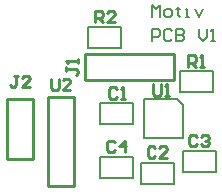
<source format=gto>
G04*
G04 #@! TF.GenerationSoftware,Altium Limited,Altium Designer,20.2.3 (150)*
G04*
G04 Layer_Color=65535*
%FSLAX25Y25*%
%MOIN*%
G70*
G04*
G04 #@! TF.SameCoordinates,D737100D-CD50-4B0A-90DA-B4B5F6E14D25*
G04*
G04*
G04 #@! TF.FilePolarity,Positive*
G04*
G01*
G75*
%ADD10C,0.01000*%
%ADD11C,0.00787*%
D10*
X64346Y45221D02*
Y53882D01*
X34818D02*
X64346D01*
X34818Y45221D02*
Y53882D01*
Y45221D02*
X64346D01*
X8676Y18685D02*
Y38685D01*
X17338D01*
Y18685D02*
Y38685D01*
X8676Y18685D02*
X17338D01*
X22259Y9827D02*
X30920D01*
Y39355D01*
X22259D02*
X30920D01*
X22259Y9827D02*
Y39355D01*
X23310Y45629D02*
Y42349D01*
X23966Y41693D01*
X25278D01*
X25934Y42349D01*
Y45629D01*
X29870Y41693D02*
X27246D01*
X29870Y44317D01*
Y44973D01*
X29214Y45629D01*
X27902D01*
X27246Y44973D01*
X57431Y43660D02*
Y40381D01*
X58087Y39725D01*
X59399D01*
X60054Y40381D01*
Y43660D01*
X61366Y39725D02*
X62678D01*
X62022D01*
Y43660D01*
X61366Y43005D01*
X69242Y49567D02*
Y53503D01*
X71210D01*
X71865Y52847D01*
Y51535D01*
X71210Y50879D01*
X69242D01*
X70553D02*
X71865Y49567D01*
X73177D02*
X74489D01*
X73833D01*
Y53503D01*
X73177Y52847D01*
X28544Y49551D02*
Y48240D01*
Y48895D01*
X31824D01*
X32480Y48240D01*
Y47584D01*
X31824Y46928D01*
X32480Y50863D02*
Y52175D01*
Y51519D01*
X28544D01*
X29200Y50863D01*
X44635Y24304D02*
X43979Y24960D01*
X42667D01*
X42011Y24304D01*
Y21680D01*
X42667Y21024D01*
X43979D01*
X44635Y21680D01*
X47914Y21024D02*
Y24960D01*
X45947Y22992D01*
X48570D01*
X72194Y26272D02*
X71538Y26928D01*
X70226D01*
X69570Y26272D01*
Y23648D01*
X70226Y22992D01*
X71538D01*
X72194Y23648D01*
X73506Y26272D02*
X74162Y26928D01*
X75473D01*
X76130Y26272D01*
Y25616D01*
X75473Y24960D01*
X74818D01*
X75473D01*
X76130Y24304D01*
Y23648D01*
X75473Y22992D01*
X74162D01*
X73506Y23648D01*
X58217Y22335D02*
X57561Y22991D01*
X56249D01*
X55594Y22335D01*
Y19711D01*
X56249Y19055D01*
X57561D01*
X58217Y19711D01*
X62153Y19055D02*
X59529D01*
X62153Y21679D01*
Y22335D01*
X61497Y22991D01*
X60185D01*
X59529Y22335D01*
X45291Y42020D02*
X44635Y42676D01*
X43323D01*
X42667Y42020D01*
Y39396D01*
X43323Y38741D01*
X44635D01*
X45291Y39396D01*
X46603Y38741D02*
X47914D01*
X47258D01*
Y42676D01*
X46603Y42020D01*
X12351Y46613D02*
X11039D01*
X11695D01*
Y43333D01*
X11039Y42678D01*
X10383D01*
X9727Y43333D01*
X16287Y42678D02*
X13663D01*
X16287Y45301D01*
Y45957D01*
X15631Y46613D01*
X14319D01*
X13663Y45957D01*
X38074Y64331D02*
Y68267D01*
X40042D01*
X40698Y67611D01*
Y66299D01*
X40042Y65643D01*
X38074D01*
X39386D02*
X40698Y64331D01*
X44633D02*
X42010D01*
X44633Y66955D01*
Y67611D01*
X43977Y68267D01*
X42665D01*
X42010Y67611D01*
D11*
X39791Y12587D02*
Y18126D01*
Y12587D02*
X50791D01*
Y19587D01*
X39791Y18126D02*
Y19587D01*
X50791D01*
X54425Y25654D02*
Y38784D01*
Y25654D02*
X67358D01*
Y36678D01*
X65251Y38784D02*
X67358Y36678D01*
X58278Y38784D02*
X62284D01*
X54425D02*
X58278D01*
X62284D02*
X65251D01*
X35854Y55894D02*
Y61433D01*
Y55894D02*
X46854D01*
Y62894D01*
X35854Y61433D02*
Y62894D01*
X46854D01*
X39791Y30303D02*
Y35843D01*
Y30303D02*
X50791D01*
Y37303D01*
X39791Y35843D02*
Y37303D01*
X50791D01*
X53373Y10618D02*
Y16158D01*
Y10618D02*
X64373D01*
Y17618D01*
X53373Y16158D02*
Y17618D01*
X64373D01*
X67350Y14555D02*
Y20095D01*
Y14555D02*
X78350D01*
Y21555D01*
X67350Y20095D02*
Y21555D01*
X78350D01*
X66365Y41130D02*
Y46670D01*
Y41130D02*
X77365D01*
Y48130D01*
X66365Y46670D02*
Y48130D01*
X77365D01*
X57102Y66087D02*
Y70023D01*
X58414Y68711D01*
X59725Y70023D01*
Y66087D01*
X61693D02*
X63005D01*
X63661Y66743D01*
Y68055D01*
X63005Y68711D01*
X61693D01*
X61037Y68055D01*
Y66743D01*
X61693Y66087D01*
X65629Y69367D02*
Y68711D01*
X64973D01*
X66285D01*
X65629D01*
Y66743D01*
X66285Y66087D01*
X68253D02*
X69565D01*
X68909D01*
Y68711D01*
X68253D01*
X71533D02*
X72845Y66087D01*
X74156Y68711D01*
X57102Y58213D02*
Y62149D01*
X59070D01*
X59725Y61493D01*
Y60181D01*
X59070Y59525D01*
X57102D01*
X63661Y61493D02*
X63005Y62149D01*
X61693D01*
X61037Y61493D01*
Y58869D01*
X61693Y58213D01*
X63005D01*
X63661Y58869D01*
X64973Y62149D02*
Y58213D01*
X66941D01*
X67597Y58869D01*
Y59525D01*
X66941Y60181D01*
X64973D01*
X66941D01*
X67597Y60837D01*
Y61493D01*
X66941Y62149D01*
X64973D01*
X72845D02*
Y59525D01*
X74156Y58213D01*
X75468Y59525D01*
Y62149D01*
X76780Y58213D02*
X78092D01*
X77436D01*
Y62149D01*
X76780Y61493D01*
M02*

</source>
